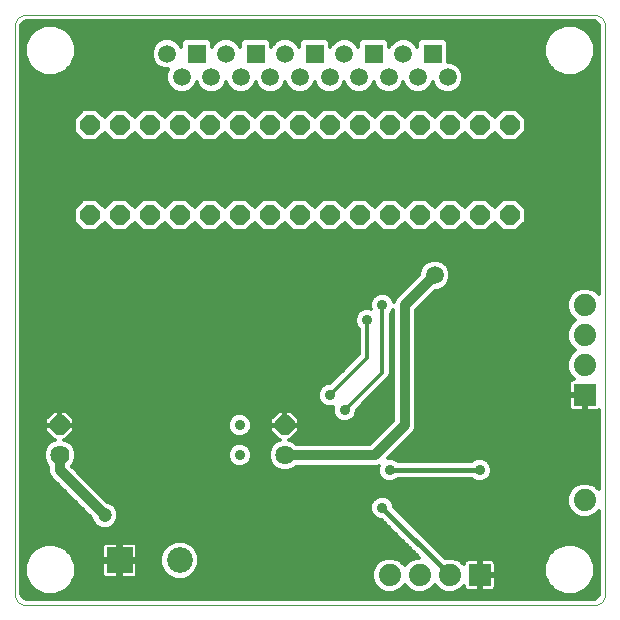
<source format=gbl>
G75*
G70*
%OFA0B0*%
%FSLAX24Y24*%
%IPPOS*%
%LPD*%
%AMOC8*
5,1,8,0,0,1.08239X$1,22.5*
%
%ADD10C,0.0000*%
%ADD11R,0.0740X0.0740*%
%ADD12C,0.0740*%
%ADD13R,0.0860X0.0860*%
%ADD14C,0.0860*%
%ADD15OC8,0.0640*%
%ADD16C,0.0640*%
%ADD17C,0.0596*%
%ADD18R,0.0596X0.0596*%
%ADD19C,0.0120*%
%ADD20C,0.0356*%
%ADD21C,0.0591*%
%ADD22C,0.0472*%
%ADD23C,0.0320*%
%ADD24C,0.0160*%
D10*
X000160Y000554D02*
X000160Y019451D01*
X000162Y019490D01*
X000168Y019528D01*
X000177Y019565D01*
X000190Y019602D01*
X000207Y019637D01*
X000226Y019670D01*
X000249Y019701D01*
X000275Y019730D01*
X000304Y019756D01*
X000335Y019779D01*
X000368Y019798D01*
X000403Y019815D01*
X000440Y019828D01*
X000477Y019837D01*
X000515Y019843D01*
X000554Y019845D01*
X019451Y019845D01*
X019490Y019843D01*
X019528Y019837D01*
X019565Y019828D01*
X019602Y019815D01*
X019637Y019798D01*
X019670Y019779D01*
X019701Y019756D01*
X019730Y019730D01*
X019756Y019701D01*
X019779Y019670D01*
X019798Y019637D01*
X019815Y019602D01*
X019828Y019565D01*
X019837Y019528D01*
X019843Y019490D01*
X019845Y019451D01*
X019845Y000554D01*
X019843Y000515D01*
X019837Y000477D01*
X019828Y000440D01*
X019815Y000403D01*
X019798Y000368D01*
X019779Y000335D01*
X019756Y000304D01*
X019730Y000275D01*
X019701Y000249D01*
X019670Y000226D01*
X019637Y000207D01*
X019602Y000190D01*
X019565Y000177D01*
X019528Y000168D01*
X019490Y000162D01*
X019451Y000160D01*
X000554Y000160D01*
X000515Y000162D01*
X000477Y000168D01*
X000440Y000177D01*
X000403Y000190D01*
X000368Y000207D01*
X000335Y000226D01*
X000304Y000249D01*
X000275Y000275D01*
X000249Y000304D01*
X000226Y000335D01*
X000207Y000368D01*
X000190Y000403D01*
X000177Y000440D01*
X000168Y000477D01*
X000162Y000515D01*
X000160Y000554D01*
D11*
X015660Y001160D03*
X019160Y007160D03*
D12*
X019160Y008160D03*
X019160Y009160D03*
X019160Y010160D03*
X019160Y003660D03*
X014660Y001160D03*
X013660Y001160D03*
X012660Y001160D03*
D13*
X003660Y001660D03*
D14*
X005660Y001660D03*
D15*
X009160Y006160D03*
X008660Y013160D03*
X007660Y013160D03*
X006660Y013160D03*
X005660Y013160D03*
X004660Y013160D03*
X003660Y013160D03*
X002660Y013160D03*
X002660Y016160D03*
X003660Y016160D03*
X004660Y016160D03*
X005660Y016160D03*
X006660Y016160D03*
X007660Y016160D03*
X008660Y016160D03*
X009660Y016160D03*
X010660Y016160D03*
X011660Y016160D03*
X012660Y016160D03*
X013660Y016160D03*
X014660Y016160D03*
X015660Y016160D03*
X016660Y016160D03*
X016660Y013160D03*
X015660Y013160D03*
X014660Y013160D03*
X013660Y013160D03*
X012660Y013160D03*
X011660Y013160D03*
X010660Y013160D03*
X009660Y013160D03*
X001660Y006160D03*
D16*
X001660Y005160D03*
X009160Y005160D03*
D17*
X008684Y017754D03*
X009176Y018541D03*
X009668Y017754D03*
X010652Y017754D03*
X011144Y018541D03*
X011636Y017754D03*
X012621Y017754D03*
X013113Y018541D03*
X013605Y017754D03*
X014589Y017754D03*
X007699Y017754D03*
X007207Y018541D03*
X006715Y017754D03*
X005731Y017754D03*
X005239Y018541D03*
D18*
X006223Y018541D03*
X008191Y018541D03*
X010160Y018541D03*
X012129Y018541D03*
X014097Y018541D03*
D19*
X013579Y018768D02*
X013552Y018835D01*
X013406Y018980D01*
X013216Y019059D01*
X013010Y019059D01*
X012819Y018980D01*
X012674Y018835D01*
X012646Y018768D01*
X012646Y018930D01*
X012517Y019059D01*
X011740Y019059D01*
X011611Y018930D01*
X011611Y018768D01*
X011583Y018835D01*
X011438Y018980D01*
X011247Y019059D01*
X011041Y019059D01*
X010851Y018980D01*
X010705Y018835D01*
X010678Y018768D01*
X010678Y018930D01*
X010549Y019059D01*
X009771Y019059D01*
X009642Y018930D01*
X009642Y018768D01*
X009615Y018835D01*
X009469Y018980D01*
X009279Y019059D01*
X009073Y019059D01*
X008882Y018980D01*
X008737Y018835D01*
X008709Y018768D01*
X008709Y018930D01*
X008580Y019059D01*
X007803Y019059D01*
X007674Y018930D01*
X007674Y018768D01*
X007646Y018835D01*
X007501Y018980D01*
X007310Y019059D01*
X007104Y019059D01*
X006914Y018980D01*
X006768Y018835D01*
X006741Y018768D01*
X006741Y018930D01*
X006612Y019059D01*
X005834Y019059D01*
X005705Y018930D01*
X005705Y018768D01*
X005678Y018835D01*
X005532Y018980D01*
X005342Y019059D01*
X005136Y019059D01*
X004945Y018980D01*
X004800Y018835D01*
X004721Y018644D01*
X004721Y018438D01*
X004800Y018248D01*
X004945Y018103D01*
X005136Y018024D01*
X005282Y018024D01*
X005213Y017857D01*
X005213Y017651D01*
X005292Y017461D01*
X000380Y017461D01*
X000380Y017343D02*
X005410Y017343D01*
X005438Y017315D02*
X005292Y017461D01*
X005243Y017580D02*
X000380Y017580D01*
X000380Y017698D02*
X005213Y017698D01*
X005213Y017817D02*
X001516Y017817D01*
X001510Y017814D02*
X001823Y017943D01*
X002062Y018182D01*
X002191Y018495D01*
X002191Y018833D01*
X002062Y019145D01*
X001823Y019384D01*
X001510Y019514D01*
X001172Y019514D01*
X000860Y019384D01*
X000621Y019145D01*
X000491Y018833D01*
X000491Y018495D01*
X000621Y018182D01*
X000860Y017943D01*
X001172Y017814D01*
X001510Y017814D01*
X001166Y017817D02*
X000380Y017817D01*
X000380Y017935D02*
X000880Y017935D01*
X000750Y018054D02*
X000380Y018054D01*
X000380Y018172D02*
X000631Y018172D01*
X000576Y018291D02*
X000380Y018291D01*
X000380Y018409D02*
X000527Y018409D01*
X000491Y018528D02*
X000380Y018528D01*
X000380Y018646D02*
X000491Y018646D01*
X000491Y018765D02*
X000380Y018765D01*
X000380Y018883D02*
X000512Y018883D01*
X000561Y019002D02*
X000380Y019002D01*
X000380Y019120D02*
X000610Y019120D01*
X000714Y019239D02*
X000380Y019239D01*
X000380Y019357D02*
X000832Y019357D01*
X001080Y019476D02*
X000382Y019476D01*
X000383Y019485D02*
X000409Y019548D01*
X000457Y019596D01*
X000520Y019622D01*
X000554Y019625D01*
X019451Y019625D01*
X019485Y019622D01*
X019548Y019596D01*
X019596Y019548D01*
X019622Y019485D01*
X019625Y019451D01*
X019625Y010529D01*
X019494Y010660D01*
X019277Y010750D01*
X019043Y010750D01*
X018826Y010660D01*
X018660Y010494D01*
X018570Y010277D01*
X018570Y010043D01*
X018660Y009826D01*
X018826Y009660D01*
X018660Y009494D01*
X018570Y009277D01*
X018570Y009043D01*
X018660Y008826D01*
X018826Y008660D01*
X018660Y008494D01*
X018570Y008277D01*
X018570Y008043D01*
X018660Y007826D01*
X018796Y007690D01*
X018769Y007690D01*
X018728Y007679D01*
X018692Y007658D01*
X018662Y007628D01*
X018641Y007592D01*
X018630Y007551D01*
X018630Y007200D01*
X019120Y007200D01*
X019120Y007120D01*
X018630Y007120D01*
X018630Y006769D01*
X018641Y006728D01*
X018662Y006692D01*
X018692Y006662D01*
X018728Y006641D01*
X018769Y006630D01*
X019120Y006630D01*
X019120Y007120D01*
X019200Y007120D01*
X019200Y006630D01*
X019551Y006630D01*
X019592Y006641D01*
X019625Y006660D01*
X019625Y004029D01*
X019494Y004160D01*
X019277Y004250D01*
X019043Y004250D01*
X018826Y004160D01*
X018660Y003994D01*
X018570Y003777D01*
X018570Y003543D01*
X018660Y003326D01*
X018826Y003160D01*
X019043Y003070D01*
X019277Y003070D01*
X019494Y003160D01*
X019625Y003291D01*
X019625Y000554D01*
X019622Y000520D01*
X019596Y000457D01*
X019548Y000409D01*
X019485Y000383D01*
X019451Y000380D01*
X000554Y000380D01*
X000520Y000383D01*
X000457Y000409D01*
X000409Y000457D01*
X000383Y000520D01*
X000380Y000554D01*
X000380Y019451D01*
X000383Y019485D01*
X000455Y019594D02*
X019550Y019594D01*
X019623Y019476D02*
X018926Y019476D01*
X018833Y019514D02*
X019145Y019384D01*
X019384Y019145D01*
X019514Y018833D01*
X019514Y018495D01*
X019384Y018182D01*
X019145Y017943D01*
X018833Y017814D01*
X018495Y017814D01*
X018182Y017943D01*
X017943Y018182D01*
X017814Y018495D01*
X017814Y018833D01*
X017943Y019145D01*
X018182Y019384D01*
X018495Y019514D01*
X018833Y019514D01*
X019173Y019357D02*
X019625Y019357D01*
X019625Y019239D02*
X019291Y019239D01*
X019395Y019120D02*
X019625Y019120D01*
X019625Y019002D02*
X019444Y019002D01*
X019493Y018883D02*
X019625Y018883D01*
X019625Y018765D02*
X019514Y018765D01*
X019514Y018646D02*
X019625Y018646D01*
X019625Y018528D02*
X019514Y018528D01*
X019478Y018409D02*
X019625Y018409D01*
X019625Y018291D02*
X019429Y018291D01*
X019374Y018172D02*
X019625Y018172D01*
X019625Y018054D02*
X019256Y018054D01*
X019125Y017935D02*
X019625Y017935D01*
X019625Y017817D02*
X018839Y017817D01*
X018489Y017817D02*
X015107Y017817D01*
X015107Y017857D02*
X015028Y018047D01*
X014882Y018193D01*
X014692Y018272D01*
X014615Y018272D01*
X014615Y018930D01*
X014486Y019059D01*
X013708Y019059D01*
X013579Y018930D01*
X013579Y018768D01*
X013579Y018883D02*
X013503Y018883D01*
X013355Y019002D02*
X013650Y019002D01*
X012870Y019002D02*
X012575Y019002D01*
X012646Y018883D02*
X012722Y018883D01*
X011682Y019002D02*
X011387Y019002D01*
X011535Y018883D02*
X011611Y018883D01*
X010902Y019002D02*
X010607Y019002D01*
X010678Y018883D02*
X010754Y018883D01*
X009713Y019002D02*
X009418Y019002D01*
X009566Y018883D02*
X009642Y018883D01*
X008933Y019002D02*
X008638Y019002D01*
X008709Y018883D02*
X008785Y018883D01*
X007745Y019002D02*
X007450Y019002D01*
X007598Y018883D02*
X007674Y018883D01*
X006965Y019002D02*
X006670Y019002D01*
X006741Y018883D02*
X006817Y018883D01*
X005776Y019002D02*
X005481Y019002D01*
X005629Y018883D02*
X005705Y018883D01*
X004996Y019002D02*
X002121Y019002D01*
X002072Y019120D02*
X017933Y019120D01*
X017884Y019002D02*
X014544Y019002D01*
X014615Y018883D02*
X017835Y018883D01*
X017814Y018765D02*
X014615Y018765D01*
X014615Y018646D02*
X017814Y018646D01*
X017814Y018528D02*
X014615Y018528D01*
X014615Y018409D02*
X017850Y018409D01*
X017899Y018291D02*
X014615Y018291D01*
X014903Y018172D02*
X017954Y018172D01*
X018072Y018054D02*
X015022Y018054D01*
X015075Y017935D02*
X018203Y017935D01*
X016952Y016632D02*
X019625Y016632D01*
X019625Y016750D02*
X000380Y016750D01*
X000380Y016632D02*
X002368Y016632D01*
X002436Y016700D02*
X002120Y016384D01*
X002120Y015936D01*
X002436Y015620D01*
X002884Y015620D01*
X003160Y015896D01*
X003436Y015620D01*
X003884Y015620D01*
X004160Y015896D01*
X004436Y015620D01*
X004884Y015620D01*
X005160Y015896D01*
X005436Y015620D01*
X005884Y015620D01*
X006160Y015896D01*
X006436Y015620D01*
X006884Y015620D01*
X007160Y015896D01*
X007436Y015620D01*
X007884Y015620D01*
X008160Y015896D01*
X008436Y015620D01*
X008884Y015620D01*
X009160Y015896D01*
X009436Y015620D01*
X009884Y015620D01*
X010160Y015896D01*
X010436Y015620D01*
X010884Y015620D01*
X011160Y015896D01*
X011436Y015620D01*
X011884Y015620D01*
X012160Y015896D01*
X012436Y015620D01*
X012884Y015620D01*
X013160Y015896D01*
X013436Y015620D01*
X013884Y015620D01*
X014160Y015896D01*
X014436Y015620D01*
X014884Y015620D01*
X015160Y015896D01*
X015436Y015620D01*
X015884Y015620D01*
X016160Y015896D01*
X016436Y015620D01*
X016884Y015620D01*
X017200Y015936D01*
X017200Y016384D01*
X016884Y016700D01*
X016436Y016700D01*
X016160Y016424D01*
X015884Y016700D01*
X015436Y016700D01*
X015160Y016424D01*
X014884Y016700D01*
X014436Y016700D01*
X014160Y016424D01*
X013884Y016700D01*
X013436Y016700D01*
X013160Y016424D01*
X012884Y016700D01*
X012436Y016700D01*
X012160Y016424D01*
X011884Y016700D01*
X011436Y016700D01*
X011160Y016424D01*
X010884Y016700D01*
X010436Y016700D01*
X010160Y016424D01*
X009884Y016700D01*
X009436Y016700D01*
X009160Y016424D01*
X008884Y016700D01*
X008436Y016700D01*
X008160Y016424D01*
X007884Y016700D01*
X007436Y016700D01*
X007160Y016424D01*
X006884Y016700D01*
X006436Y016700D01*
X006160Y016424D01*
X005884Y016700D01*
X005436Y016700D01*
X005160Y016424D01*
X004884Y016700D01*
X004436Y016700D01*
X004160Y016424D01*
X003884Y016700D01*
X003436Y016700D01*
X003160Y016424D01*
X002884Y016700D01*
X002436Y016700D01*
X002249Y016513D02*
X000380Y016513D01*
X000380Y016395D02*
X002131Y016395D01*
X002120Y016276D02*
X000380Y016276D01*
X000380Y016158D02*
X002120Y016158D01*
X002120Y016039D02*
X000380Y016039D01*
X000380Y015921D02*
X002136Y015921D01*
X002254Y015802D02*
X000380Y015802D01*
X000380Y015684D02*
X002373Y015684D01*
X002947Y015684D02*
X003373Y015684D01*
X003254Y015802D02*
X003066Y015802D01*
X003071Y016513D02*
X003249Y016513D01*
X003368Y016632D02*
X002952Y016632D01*
X003952Y016632D02*
X004368Y016632D01*
X004249Y016513D02*
X004071Y016513D01*
X004066Y015802D02*
X004254Y015802D01*
X004373Y015684D02*
X003947Y015684D01*
X004947Y015684D02*
X005373Y015684D01*
X005254Y015802D02*
X005066Y015802D01*
X005071Y016513D02*
X005249Y016513D01*
X005368Y016632D02*
X004952Y016632D01*
X005438Y017315D02*
X005628Y017236D01*
X005834Y017236D01*
X006024Y017315D01*
X006170Y017461D01*
X006276Y017461D01*
X006422Y017315D01*
X006612Y017236D01*
X006818Y017236D01*
X007008Y017315D01*
X007154Y017461D01*
X007260Y017461D01*
X007406Y017315D01*
X007596Y017236D01*
X007802Y017236D01*
X007993Y017315D01*
X008138Y017461D01*
X008191Y017589D01*
X008245Y017461D01*
X008390Y017315D01*
X008581Y017236D01*
X008787Y017236D01*
X008977Y017315D01*
X009123Y017461D01*
X009229Y017461D01*
X009375Y017315D01*
X009565Y017236D01*
X009771Y017236D01*
X009961Y017315D01*
X010107Y017461D01*
X010213Y017461D01*
X010359Y017315D01*
X010549Y017236D01*
X010755Y017236D01*
X010945Y017315D01*
X011091Y017461D01*
X011197Y017461D01*
X011343Y017315D01*
X011533Y017236D01*
X011739Y017236D01*
X011930Y017315D01*
X012075Y017461D01*
X012129Y017589D01*
X012182Y017461D01*
X012327Y017315D01*
X012518Y017236D01*
X012724Y017236D01*
X012914Y017315D01*
X013060Y017461D01*
X013166Y017461D01*
X013312Y017315D01*
X013502Y017236D01*
X013708Y017236D01*
X013898Y017315D01*
X014044Y017461D01*
X014150Y017461D01*
X014296Y017315D01*
X014486Y017236D01*
X014692Y017236D01*
X014882Y017315D01*
X015028Y017461D01*
X019625Y017461D01*
X019625Y017343D02*
X014910Y017343D01*
X015028Y017461D02*
X015107Y017651D01*
X015107Y017857D01*
X015107Y017698D02*
X019625Y017698D01*
X019625Y017580D02*
X015077Y017580D01*
X014268Y017343D02*
X013926Y017343D01*
X014044Y017461D02*
X014097Y017589D01*
X014150Y017461D01*
X014101Y017580D02*
X014093Y017580D01*
X013284Y017343D02*
X012941Y017343D01*
X013060Y017461D02*
X013113Y017589D01*
X013166Y017461D01*
X013117Y017580D02*
X013109Y017580D01*
X012300Y017343D02*
X011957Y017343D01*
X012075Y017461D02*
X012182Y017461D01*
X012132Y017580D02*
X012125Y017580D01*
X011316Y017343D02*
X010973Y017343D01*
X011091Y017461D02*
X011144Y017589D01*
X011197Y017461D01*
X011148Y017580D02*
X011140Y017580D01*
X010331Y017343D02*
X009989Y017343D01*
X010107Y017461D02*
X010160Y017589D01*
X010213Y017461D01*
X010164Y017580D02*
X010156Y017580D01*
X009347Y017343D02*
X009004Y017343D01*
X009123Y017461D02*
X009176Y017589D01*
X009229Y017461D01*
X009180Y017580D02*
X009172Y017580D01*
X008363Y017343D02*
X008020Y017343D01*
X008138Y017461D02*
X008245Y017461D01*
X008195Y017580D02*
X008188Y017580D01*
X007379Y017343D02*
X007036Y017343D01*
X007154Y017461D02*
X007207Y017589D01*
X007260Y017461D01*
X007211Y017580D02*
X007203Y017580D01*
X006394Y017343D02*
X006052Y017343D01*
X006170Y017461D02*
X006223Y017589D01*
X006276Y017461D01*
X006227Y017580D02*
X006219Y017580D01*
X006368Y016632D02*
X005952Y016632D01*
X006071Y016513D02*
X006249Y016513D01*
X006254Y015802D02*
X006066Y015802D01*
X005947Y015684D02*
X006373Y015684D01*
X006947Y015684D02*
X007373Y015684D01*
X007254Y015802D02*
X007066Y015802D01*
X007071Y016513D02*
X007249Y016513D01*
X007368Y016632D02*
X006952Y016632D01*
X007952Y016632D02*
X008368Y016632D01*
X008249Y016513D02*
X008071Y016513D01*
X008066Y015802D02*
X008254Y015802D01*
X008373Y015684D02*
X007947Y015684D01*
X008947Y015684D02*
X009373Y015684D01*
X009254Y015802D02*
X009066Y015802D01*
X009071Y016513D02*
X009249Y016513D01*
X009368Y016632D02*
X008952Y016632D01*
X009952Y016632D02*
X010368Y016632D01*
X010249Y016513D02*
X010071Y016513D01*
X010066Y015802D02*
X010254Y015802D01*
X010373Y015684D02*
X009947Y015684D01*
X010947Y015684D02*
X011373Y015684D01*
X011254Y015802D02*
X011066Y015802D01*
X011071Y016513D02*
X011249Y016513D01*
X011368Y016632D02*
X010952Y016632D01*
X011952Y016632D02*
X012368Y016632D01*
X012249Y016513D02*
X012071Y016513D01*
X012066Y015802D02*
X012254Y015802D01*
X012373Y015684D02*
X011947Y015684D01*
X012947Y015684D02*
X013373Y015684D01*
X013254Y015802D02*
X013066Y015802D01*
X013071Y016513D02*
X013249Y016513D01*
X013368Y016632D02*
X012952Y016632D01*
X013952Y016632D02*
X014368Y016632D01*
X014249Y016513D02*
X014071Y016513D01*
X014066Y015802D02*
X014254Y015802D01*
X014373Y015684D02*
X013947Y015684D01*
X014947Y015684D02*
X015373Y015684D01*
X015254Y015802D02*
X015066Y015802D01*
X015071Y016513D02*
X015249Y016513D01*
X015368Y016632D02*
X014952Y016632D01*
X015952Y016632D02*
X016368Y016632D01*
X016249Y016513D02*
X016071Y016513D01*
X016066Y015802D02*
X016254Y015802D01*
X016373Y015684D02*
X015947Y015684D01*
X016947Y015684D02*
X019625Y015684D01*
X019625Y015802D02*
X017066Y015802D01*
X017184Y015921D02*
X019625Y015921D01*
X019625Y016039D02*
X017200Y016039D01*
X017200Y016158D02*
X019625Y016158D01*
X019625Y016276D02*
X017200Y016276D01*
X017189Y016395D02*
X019625Y016395D01*
X019625Y016513D02*
X017071Y016513D01*
X019625Y016869D02*
X000380Y016869D01*
X000380Y016987D02*
X019625Y016987D01*
X019625Y017106D02*
X000380Y017106D01*
X000380Y017224D02*
X019625Y017224D01*
X019625Y015565D02*
X000380Y015565D01*
X000380Y015447D02*
X019625Y015447D01*
X019625Y015328D02*
X000380Y015328D01*
X000380Y015210D02*
X019625Y015210D01*
X019625Y015091D02*
X000380Y015091D01*
X000380Y014973D02*
X019625Y014973D01*
X019625Y014854D02*
X000380Y014854D01*
X000380Y014736D02*
X019625Y014736D01*
X019625Y014617D02*
X000380Y014617D01*
X000380Y014499D02*
X019625Y014499D01*
X019625Y014380D02*
X000380Y014380D01*
X000380Y014262D02*
X019625Y014262D01*
X019625Y014143D02*
X000380Y014143D01*
X000380Y014025D02*
X019625Y014025D01*
X019625Y013906D02*
X000380Y013906D01*
X000380Y013788D02*
X019625Y013788D01*
X019625Y013669D02*
X016915Y013669D01*
X016884Y013700D02*
X016436Y013700D01*
X016160Y013424D01*
X015884Y013700D01*
X015436Y013700D01*
X015160Y013424D01*
X014884Y013700D01*
X014436Y013700D01*
X014160Y013424D01*
X013884Y013700D01*
X013436Y013700D01*
X013160Y013424D01*
X012884Y013700D01*
X012436Y013700D01*
X012160Y013424D01*
X011884Y013700D01*
X011436Y013700D01*
X011160Y013424D01*
X010884Y013700D01*
X010436Y013700D01*
X010160Y013424D01*
X009884Y013700D01*
X009436Y013700D01*
X009160Y013424D01*
X008884Y013700D01*
X008436Y013700D01*
X008160Y013424D01*
X007884Y013700D01*
X007436Y013700D01*
X007160Y013424D01*
X006884Y013700D01*
X006436Y013700D01*
X006160Y013424D01*
X005884Y013700D01*
X005436Y013700D01*
X005160Y013424D01*
X004884Y013700D01*
X004436Y013700D01*
X004160Y013424D01*
X003884Y013700D01*
X003436Y013700D01*
X003160Y013424D01*
X002884Y013700D01*
X002436Y013700D01*
X002120Y013384D01*
X002120Y012936D01*
X002436Y012620D01*
X002884Y012620D01*
X003160Y012896D01*
X003436Y012620D01*
X003884Y012620D01*
X004160Y012896D01*
X004436Y012620D01*
X004884Y012620D01*
X005160Y012896D01*
X005436Y012620D01*
X005884Y012620D01*
X006160Y012896D01*
X006436Y012620D01*
X006884Y012620D01*
X007160Y012896D01*
X007436Y012620D01*
X007884Y012620D01*
X008160Y012896D01*
X008436Y012620D01*
X008884Y012620D01*
X009160Y012896D01*
X009436Y012620D01*
X009884Y012620D01*
X010160Y012896D01*
X010436Y012620D01*
X010884Y012620D01*
X011160Y012896D01*
X011436Y012620D01*
X011884Y012620D01*
X012160Y012896D01*
X012436Y012620D01*
X012884Y012620D01*
X013160Y012896D01*
X013436Y012620D01*
X013884Y012620D01*
X014160Y012896D01*
X014436Y012620D01*
X014884Y012620D01*
X015160Y012896D01*
X015436Y012620D01*
X015884Y012620D01*
X016160Y012896D01*
X016436Y012620D01*
X016884Y012620D01*
X017200Y012936D01*
X017200Y013384D01*
X016884Y013700D01*
X017033Y013551D02*
X019625Y013551D01*
X019625Y013432D02*
X017152Y013432D01*
X017200Y013314D02*
X019625Y013314D01*
X019625Y013195D02*
X017200Y013195D01*
X017200Y013077D02*
X019625Y013077D01*
X019625Y012958D02*
X017200Y012958D01*
X017103Y012840D02*
X019625Y012840D01*
X019625Y012721D02*
X016985Y012721D01*
X016335Y012721D02*
X015985Y012721D01*
X016103Y012840D02*
X016217Y012840D01*
X016168Y013432D02*
X016152Y013432D01*
X016033Y013551D02*
X016287Y013551D01*
X016405Y013669D02*
X015915Y013669D01*
X015405Y013669D02*
X014915Y013669D01*
X015033Y013551D02*
X015287Y013551D01*
X015168Y013432D02*
X015152Y013432D01*
X015103Y012840D02*
X015217Y012840D01*
X015335Y012721D02*
X014985Y012721D01*
X014335Y012721D02*
X013985Y012721D01*
X014103Y012840D02*
X014217Y012840D01*
X014168Y013432D02*
X014152Y013432D01*
X014033Y013551D02*
X014287Y013551D01*
X014405Y013669D02*
X013915Y013669D01*
X013405Y013669D02*
X012915Y013669D01*
X013033Y013551D02*
X013287Y013551D01*
X013168Y013432D02*
X013152Y013432D01*
X013103Y012840D02*
X013217Y012840D01*
X013335Y012721D02*
X012985Y012721D01*
X012335Y012721D02*
X011985Y012721D01*
X012103Y012840D02*
X012217Y012840D01*
X012168Y013432D02*
X012152Y013432D01*
X012033Y013551D02*
X012287Y013551D01*
X012405Y013669D02*
X011915Y013669D01*
X011405Y013669D02*
X010915Y013669D01*
X011033Y013551D02*
X011287Y013551D01*
X011168Y013432D02*
X011152Y013432D01*
X011103Y012840D02*
X011217Y012840D01*
X011335Y012721D02*
X010985Y012721D01*
X010335Y012721D02*
X009985Y012721D01*
X010103Y012840D02*
X010217Y012840D01*
X010168Y013432D02*
X010152Y013432D01*
X010033Y013551D02*
X010287Y013551D01*
X010405Y013669D02*
X009915Y013669D01*
X009405Y013669D02*
X008915Y013669D01*
X009033Y013551D02*
X009287Y013551D01*
X009168Y013432D02*
X009152Y013432D01*
X009103Y012840D02*
X009217Y012840D01*
X009335Y012721D02*
X008985Y012721D01*
X008335Y012721D02*
X007985Y012721D01*
X008103Y012840D02*
X008217Y012840D01*
X008168Y013432D02*
X008152Y013432D01*
X008033Y013551D02*
X008287Y013551D01*
X008405Y013669D02*
X007915Y013669D01*
X007405Y013669D02*
X006915Y013669D01*
X007033Y013551D02*
X007287Y013551D01*
X007168Y013432D02*
X007152Y013432D01*
X007103Y012840D02*
X007217Y012840D01*
X007335Y012721D02*
X006985Y012721D01*
X006335Y012721D02*
X005985Y012721D01*
X006103Y012840D02*
X006217Y012840D01*
X006168Y013432D02*
X006152Y013432D01*
X006033Y013551D02*
X006287Y013551D01*
X006405Y013669D02*
X005915Y013669D01*
X005405Y013669D02*
X004915Y013669D01*
X005033Y013551D02*
X005287Y013551D01*
X005168Y013432D02*
X005152Y013432D01*
X005103Y012840D02*
X005217Y012840D01*
X005335Y012721D02*
X004985Y012721D01*
X004335Y012721D02*
X003985Y012721D01*
X004103Y012840D02*
X004217Y012840D01*
X004168Y013432D02*
X004152Y013432D01*
X004033Y013551D02*
X004287Y013551D01*
X004405Y013669D02*
X003915Y013669D01*
X003405Y013669D02*
X002915Y013669D01*
X003033Y013551D02*
X003287Y013551D01*
X003168Y013432D02*
X003152Y013432D01*
X003103Y012840D02*
X003217Y012840D01*
X003335Y012721D02*
X002985Y012721D01*
X002335Y012721D02*
X000380Y012721D01*
X000380Y012603D02*
X019625Y012603D01*
X019625Y012484D02*
X000380Y012484D01*
X000380Y012366D02*
X019625Y012366D01*
X019625Y012247D02*
X000380Y012247D01*
X000380Y012129D02*
X019625Y012129D01*
X019625Y012010D02*
X000380Y012010D01*
X000380Y011892D02*
X019625Y011892D01*
X019625Y011773D02*
X000380Y011773D01*
X000380Y011655D02*
X014007Y011655D01*
X014058Y011675D02*
X013868Y011597D01*
X013723Y011452D01*
X013645Y011262D01*
X013645Y011182D01*
X012945Y010482D01*
X012838Y010375D01*
X012795Y010271D01*
X012748Y010386D01*
X012636Y010498D01*
X012489Y010558D01*
X012331Y010558D01*
X012184Y010498D01*
X012072Y010386D01*
X012012Y010239D01*
X012012Y010081D01*
X012028Y010042D01*
X011989Y010058D01*
X011831Y010058D01*
X011684Y009998D01*
X011572Y009886D01*
X011512Y009739D01*
X011512Y009581D01*
X011572Y009434D01*
X011630Y009377D01*
X011630Y008526D01*
X010662Y007558D01*
X010581Y007558D01*
X010434Y007498D01*
X010322Y007386D01*
X010262Y007239D01*
X010262Y007081D01*
X010322Y006934D01*
X010434Y006822D01*
X010581Y006762D01*
X010739Y006762D01*
X010778Y006778D01*
X010762Y006739D01*
X010762Y006581D01*
X010822Y006434D01*
X010934Y006322D01*
X011081Y006262D01*
X011239Y006262D01*
X011386Y006322D01*
X011498Y006434D01*
X011558Y006581D01*
X011558Y006662D01*
X012647Y007751D01*
X012690Y007854D01*
X012690Y009877D01*
X012748Y009934D01*
X012780Y010013D01*
X012780Y006317D01*
X012003Y005540D01*
X009544Y005540D01*
X009466Y005618D01*
X009316Y005680D01*
X009359Y005680D01*
X009640Y005961D01*
X009640Y006140D01*
X009180Y006140D01*
X009180Y006180D01*
X009140Y006180D01*
X009140Y006640D01*
X008961Y006640D01*
X008680Y006359D01*
X008680Y006180D01*
X009140Y006180D01*
X009140Y006140D01*
X008680Y006140D01*
X008680Y005961D01*
X008961Y005680D01*
X009004Y005680D01*
X008854Y005618D01*
X008702Y005466D01*
X008620Y005267D01*
X008620Y005053D01*
X008702Y004854D01*
X008854Y004702D01*
X009053Y004620D01*
X009267Y004620D01*
X009466Y004702D01*
X009544Y004780D01*
X012236Y004780D01*
X012288Y004802D01*
X012262Y004739D01*
X012262Y004581D01*
X012322Y004434D01*
X012434Y004322D01*
X012581Y004262D01*
X012739Y004262D01*
X012886Y004322D01*
X012923Y004360D01*
X015397Y004360D01*
X015434Y004322D01*
X015581Y004262D01*
X015739Y004262D01*
X015886Y004322D01*
X015998Y004434D01*
X016058Y004581D01*
X016058Y004739D01*
X015998Y004886D01*
X015886Y004998D01*
X015739Y005058D01*
X015581Y005058D01*
X015434Y004998D01*
X015397Y004960D01*
X012923Y004960D01*
X012886Y004998D01*
X012739Y005058D01*
X012596Y005058D01*
X013482Y005945D01*
X013540Y006084D01*
X013540Y010003D01*
X014182Y010645D01*
X014262Y010645D01*
X014452Y010723D01*
X014597Y010868D01*
X014675Y011058D01*
X014675Y011262D01*
X014597Y011452D01*
X014452Y011597D01*
X014262Y011675D01*
X014058Y011675D01*
X014313Y011655D02*
X019625Y011655D01*
X019625Y011536D02*
X014513Y011536D01*
X014611Y011418D02*
X019625Y011418D01*
X019625Y011299D02*
X014660Y011299D01*
X014675Y011181D02*
X019625Y011181D01*
X019625Y011062D02*
X014675Y011062D01*
X014628Y010944D02*
X019625Y010944D01*
X019625Y010825D02*
X014554Y010825D01*
X014412Y010707D02*
X018938Y010707D01*
X018754Y010588D02*
X014125Y010588D01*
X014007Y010470D02*
X018650Y010470D01*
X018601Y010351D02*
X013888Y010351D01*
X013770Y010233D02*
X018570Y010233D01*
X018570Y010114D02*
X013651Y010114D01*
X013540Y009996D02*
X018590Y009996D01*
X018639Y009877D02*
X013540Y009877D01*
X013540Y009759D02*
X018727Y009759D01*
X018806Y009640D02*
X013540Y009640D01*
X013540Y009522D02*
X018687Y009522D01*
X018622Y009403D02*
X013540Y009403D01*
X013540Y009285D02*
X018573Y009285D01*
X018570Y009166D02*
X013540Y009166D01*
X013540Y009048D02*
X018570Y009048D01*
X018617Y008929D02*
X013540Y008929D01*
X013540Y008811D02*
X018675Y008811D01*
X018794Y008692D02*
X013540Y008692D01*
X013540Y008574D02*
X018739Y008574D01*
X018644Y008455D02*
X013540Y008455D01*
X013540Y008337D02*
X018595Y008337D01*
X018570Y008218D02*
X013540Y008218D01*
X013540Y008100D02*
X018570Y008100D01*
X018596Y007981D02*
X013540Y007981D01*
X013540Y007863D02*
X018645Y007863D01*
X018742Y007744D02*
X013540Y007744D01*
X013540Y007626D02*
X018660Y007626D01*
X018630Y007507D02*
X013540Y007507D01*
X013540Y007389D02*
X018630Y007389D01*
X018630Y007270D02*
X013540Y007270D01*
X013540Y007152D02*
X019120Y007152D01*
X019120Y007033D02*
X019200Y007033D01*
X019200Y006915D02*
X019120Y006915D01*
X019120Y006796D02*
X019200Y006796D01*
X019200Y006678D02*
X019120Y006678D01*
X018676Y006678D02*
X013540Y006678D01*
X013540Y006796D02*
X018630Y006796D01*
X018630Y006915D02*
X013540Y006915D01*
X013540Y007033D02*
X018630Y007033D01*
X019625Y006559D02*
X013540Y006559D01*
X013540Y006441D02*
X019625Y006441D01*
X019625Y006322D02*
X013540Y006322D01*
X013540Y006204D02*
X019625Y006204D01*
X019625Y006085D02*
X013540Y006085D01*
X013491Y005967D02*
X019625Y005967D01*
X019625Y005848D02*
X013385Y005848D01*
X013267Y005730D02*
X019625Y005730D01*
X019625Y005611D02*
X013148Y005611D01*
X013030Y005493D02*
X019625Y005493D01*
X019625Y005374D02*
X012911Y005374D01*
X012793Y005256D02*
X019625Y005256D01*
X019625Y005137D02*
X012674Y005137D01*
X012835Y005019D02*
X015485Y005019D01*
X015835Y005019D02*
X019625Y005019D01*
X019625Y004900D02*
X015983Y004900D01*
X016041Y004782D02*
X019625Y004782D01*
X019625Y004663D02*
X016058Y004663D01*
X016043Y004545D02*
X019625Y004545D01*
X019625Y004426D02*
X015989Y004426D01*
X015849Y004308D02*
X019625Y004308D01*
X019625Y004189D02*
X019425Y004189D01*
X019584Y004071D02*
X019625Y004071D01*
X018895Y004189D02*
X002668Y004189D01*
X002550Y004308D02*
X012471Y004308D01*
X012331Y004426D02*
X002431Y004426D01*
X002313Y004545D02*
X012277Y004545D01*
X012262Y004663D02*
X009371Y004663D01*
X008949Y004663D02*
X002194Y004663D01*
X002076Y004782D02*
X007533Y004782D01*
X007581Y004762D02*
X007739Y004762D01*
X007886Y004822D01*
X007998Y004934D01*
X008058Y005081D01*
X008058Y005239D01*
X007998Y005386D01*
X007886Y005498D01*
X007739Y005558D01*
X007581Y005558D01*
X007434Y005498D01*
X007322Y005386D01*
X007262Y005239D01*
X007262Y005081D01*
X007322Y004934D01*
X007434Y004822D01*
X007581Y004762D01*
X007787Y004782D02*
X008775Y004782D01*
X008683Y004900D02*
X007963Y004900D01*
X008032Y005019D02*
X008634Y005019D01*
X008620Y005137D02*
X008058Y005137D01*
X008051Y005256D02*
X008620Y005256D01*
X008664Y005374D02*
X008002Y005374D01*
X007890Y005493D02*
X008729Y005493D01*
X008847Y005611D02*
X001973Y005611D01*
X001966Y005618D02*
X001816Y005680D01*
X001859Y005680D01*
X002140Y005961D01*
X002140Y006140D01*
X001680Y006140D01*
X001680Y006180D01*
X001640Y006180D01*
X001640Y006640D01*
X001461Y006640D01*
X001180Y006359D01*
X001180Y006180D01*
X001640Y006180D01*
X001640Y006140D01*
X001180Y006140D01*
X001180Y005961D01*
X001461Y005680D01*
X001504Y005680D01*
X001354Y005618D01*
X001202Y005466D01*
X001120Y005267D01*
X001120Y005053D01*
X001202Y004854D01*
X001280Y004776D01*
X001280Y004584D01*
X001338Y004445D01*
X001445Y004338D01*
X002704Y003079D01*
X002704Y003069D01*
X002773Y002902D01*
X002902Y002773D01*
X003069Y002704D01*
X003251Y002704D01*
X003418Y002773D01*
X003547Y002902D01*
X003616Y003069D01*
X003616Y003251D01*
X003547Y003418D01*
X003418Y003547D01*
X003251Y003616D01*
X003241Y003616D01*
X002061Y004797D01*
X002118Y004854D01*
X002200Y005053D01*
X002200Y005267D01*
X002118Y005466D01*
X001966Y005618D01*
X001908Y005730D02*
X008912Y005730D01*
X008793Y005848D02*
X007911Y005848D01*
X007886Y005822D02*
X007998Y005934D01*
X008058Y006081D01*
X008058Y006239D01*
X007998Y006386D01*
X007886Y006498D01*
X007739Y006558D01*
X007581Y006558D01*
X007434Y006498D01*
X007322Y006386D01*
X007262Y006239D01*
X007262Y006081D01*
X007322Y005934D01*
X007434Y005822D01*
X007581Y005762D01*
X007739Y005762D01*
X007886Y005822D01*
X008011Y005967D02*
X008680Y005967D01*
X008680Y006085D02*
X008058Y006085D01*
X008058Y006204D02*
X008680Y006204D01*
X008680Y006322D02*
X008024Y006322D01*
X007942Y006441D02*
X008762Y006441D01*
X008880Y006559D02*
X001940Y006559D01*
X001859Y006640D02*
X001680Y006640D01*
X001680Y006180D01*
X002140Y006180D01*
X002140Y006359D01*
X001859Y006640D01*
X001680Y006559D02*
X001640Y006559D01*
X001640Y006441D02*
X001680Y006441D01*
X001680Y006322D02*
X001640Y006322D01*
X001640Y006204D02*
X001680Y006204D01*
X001380Y006559D02*
X000380Y006559D01*
X000380Y006441D02*
X001262Y006441D01*
X001180Y006322D02*
X000380Y006322D01*
X000380Y006204D02*
X001180Y006204D01*
X001180Y006085D02*
X000380Y006085D01*
X000380Y005967D02*
X001180Y005967D01*
X001293Y005848D02*
X000380Y005848D01*
X000380Y005730D02*
X001412Y005730D01*
X001347Y005611D02*
X000380Y005611D01*
X000380Y005493D02*
X001229Y005493D01*
X001164Y005374D02*
X000380Y005374D01*
X000380Y005256D02*
X001120Y005256D01*
X001120Y005137D02*
X000380Y005137D01*
X000380Y005019D02*
X001134Y005019D01*
X001183Y004900D02*
X000380Y004900D01*
X000380Y004782D02*
X001275Y004782D01*
X001280Y004663D02*
X000380Y004663D01*
X000380Y004545D02*
X001297Y004545D01*
X001357Y004426D02*
X000380Y004426D01*
X000380Y004308D02*
X001475Y004308D01*
X001594Y004189D02*
X000380Y004189D01*
X000380Y004071D02*
X001712Y004071D01*
X001831Y003952D02*
X000380Y003952D01*
X000380Y003834D02*
X001949Y003834D01*
X002068Y003715D02*
X000380Y003715D01*
X000380Y003597D02*
X002186Y003597D01*
X002305Y003478D02*
X000380Y003478D01*
X000380Y003360D02*
X002423Y003360D01*
X002542Y003241D02*
X000380Y003241D01*
X000380Y003123D02*
X002660Y003123D01*
X002731Y003004D02*
X000380Y003004D01*
X000380Y002886D02*
X002789Y002886D01*
X002917Y002767D02*
X000380Y002767D01*
X000380Y002649D02*
X012747Y002649D01*
X012629Y002767D02*
X003403Y002767D01*
X003531Y002886D02*
X012510Y002886D01*
X012392Y003004D02*
X003589Y003004D01*
X003616Y003123D02*
X012134Y003123D01*
X012184Y003072D02*
X012072Y003184D01*
X012012Y003331D01*
X012012Y003489D01*
X012072Y003636D01*
X012184Y003748D01*
X012331Y003808D01*
X012489Y003808D01*
X012636Y003748D01*
X012748Y003636D01*
X012808Y003489D01*
X012808Y003436D01*
X014508Y001736D01*
X014543Y001750D01*
X014777Y001750D01*
X014994Y001660D01*
X015130Y001524D01*
X015130Y001551D01*
X015141Y001592D01*
X015162Y001628D01*
X015192Y001658D01*
X015228Y001679D01*
X015269Y001690D01*
X015620Y001690D01*
X015620Y001200D01*
X015700Y001200D01*
X015700Y001690D01*
X016051Y001690D01*
X016092Y001679D01*
X016128Y001658D01*
X016158Y001628D01*
X016179Y001592D01*
X016190Y001551D01*
X016190Y001200D01*
X015700Y001200D01*
X015700Y001120D01*
X016190Y001120D01*
X016190Y000769D01*
X016179Y000728D01*
X016158Y000692D01*
X016128Y000662D01*
X016092Y000641D01*
X016051Y000630D01*
X015700Y000630D01*
X015700Y001120D01*
X015620Y001120D01*
X015620Y000630D01*
X015269Y000630D01*
X015228Y000641D01*
X015192Y000662D01*
X015162Y000692D01*
X015141Y000728D01*
X015130Y000769D01*
X015130Y000796D01*
X014994Y000660D01*
X014777Y000570D01*
X014543Y000570D01*
X014326Y000660D01*
X014160Y000826D01*
X013994Y000660D01*
X013777Y000570D01*
X013543Y000570D01*
X013326Y000660D01*
X013160Y000826D01*
X012994Y000660D01*
X012777Y000570D01*
X012543Y000570D01*
X012326Y000660D01*
X012160Y000826D01*
X012070Y001043D01*
X012070Y001277D01*
X012160Y001494D01*
X012326Y001660D01*
X012543Y001750D01*
X012777Y001750D01*
X012994Y001660D01*
X013160Y001494D01*
X013326Y001660D01*
X013543Y001750D01*
X013646Y001750D01*
X012384Y003012D01*
X012331Y003012D01*
X012184Y003072D01*
X012049Y003241D02*
X003616Y003241D01*
X003571Y003360D02*
X012012Y003360D01*
X012012Y003478D02*
X003487Y003478D01*
X003298Y003597D02*
X012056Y003597D01*
X012152Y003715D02*
X003142Y003715D01*
X003024Y003834D02*
X018593Y003834D01*
X018570Y003715D02*
X012668Y003715D01*
X012764Y003597D02*
X018570Y003597D01*
X018597Y003478D02*
X012808Y003478D01*
X012885Y003360D02*
X018646Y003360D01*
X018745Y003241D02*
X013003Y003241D01*
X013122Y003123D02*
X018916Y003123D01*
X019404Y003123D02*
X019625Y003123D01*
X019625Y003241D02*
X019575Y003241D01*
X019625Y003004D02*
X013240Y003004D01*
X013359Y002886D02*
X019625Y002886D01*
X019625Y002767D02*
X013477Y002767D01*
X013596Y002649D02*
X019625Y002649D01*
X019625Y002530D02*
X013714Y002530D01*
X013833Y002412D02*
X019625Y002412D01*
X019625Y002293D02*
X013951Y002293D01*
X014070Y002175D02*
X018455Y002175D01*
X018495Y002191D02*
X018182Y002062D01*
X017943Y001823D01*
X017814Y001510D01*
X017814Y001172D01*
X017943Y000860D01*
X018182Y000621D01*
X018495Y000491D01*
X018833Y000491D01*
X019145Y000621D01*
X019384Y000860D01*
X019514Y001172D01*
X019514Y001510D01*
X019384Y001823D01*
X019145Y002062D01*
X018833Y002191D01*
X018495Y002191D01*
X018177Y002056D02*
X014188Y002056D01*
X014307Y001938D02*
X018058Y001938D01*
X017942Y001819D02*
X014425Y001819D01*
X014897Y001701D02*
X017893Y001701D01*
X017844Y001582D02*
X016182Y001582D01*
X016190Y001464D02*
X017814Y001464D01*
X017814Y001345D02*
X016190Y001345D01*
X016190Y001227D02*
X017814Y001227D01*
X017841Y001108D02*
X016190Y001108D01*
X016190Y000990D02*
X017890Y000990D01*
X017939Y000871D02*
X016190Y000871D01*
X016186Y000753D02*
X018051Y000753D01*
X018169Y000634D02*
X016066Y000634D01*
X015700Y000634D02*
X015620Y000634D01*
X015620Y000753D02*
X015700Y000753D01*
X015700Y000871D02*
X015620Y000871D01*
X015620Y000990D02*
X015700Y000990D01*
X015700Y001108D02*
X015620Y001108D01*
X015620Y001227D02*
X015700Y001227D01*
X015700Y001345D02*
X015620Y001345D01*
X015620Y001464D02*
X015700Y001464D01*
X015700Y001582D02*
X015620Y001582D01*
X015138Y001582D02*
X015072Y001582D01*
X015087Y000753D02*
X015134Y000753D01*
X015254Y000634D02*
X014932Y000634D01*
X014388Y000634D02*
X013932Y000634D01*
X014087Y000753D02*
X014233Y000753D01*
X013388Y000634D02*
X012932Y000634D01*
X013087Y000753D02*
X013233Y000753D01*
X013248Y001582D02*
X013072Y001582D01*
X012897Y001701D02*
X013423Y001701D01*
X013577Y001819D02*
X006298Y001819D01*
X006310Y001789D02*
X006211Y002028D01*
X006028Y002211D01*
X005789Y002310D01*
X005531Y002310D01*
X005292Y002211D01*
X005109Y002028D01*
X005010Y001789D01*
X005010Y001531D01*
X005109Y001292D01*
X005292Y001109D01*
X005531Y001010D01*
X005789Y001010D01*
X006028Y001109D01*
X006211Y001292D01*
X006310Y001531D01*
X006310Y001789D01*
X006310Y001701D02*
X012423Y001701D01*
X012248Y001582D02*
X006310Y001582D01*
X006282Y001464D02*
X012147Y001464D01*
X012098Y001345D02*
X006233Y001345D01*
X006146Y001227D02*
X012070Y001227D01*
X012070Y001108D02*
X006026Y001108D01*
X005294Y001108D02*
X004194Y001108D01*
X004188Y001102D02*
X004218Y001132D01*
X004239Y001168D01*
X004250Y001209D01*
X004250Y001612D01*
X003708Y001612D01*
X003708Y001708D01*
X003612Y001708D01*
X003612Y002250D01*
X003209Y002250D01*
X003168Y002239D01*
X003132Y002218D01*
X003102Y002188D01*
X003081Y002152D01*
X003070Y002111D01*
X003070Y001708D01*
X003612Y001708D01*
X003612Y001612D01*
X003708Y001612D01*
X003708Y001070D01*
X004111Y001070D01*
X004152Y001081D01*
X004188Y001102D01*
X004250Y001227D02*
X005174Y001227D01*
X005087Y001345D02*
X004250Y001345D01*
X004250Y001464D02*
X005038Y001464D01*
X005010Y001582D02*
X004250Y001582D01*
X004250Y001708D02*
X004250Y002111D01*
X004239Y002152D01*
X004218Y002188D01*
X004188Y002218D01*
X004152Y002239D01*
X004111Y002250D01*
X003708Y002250D01*
X003708Y001708D01*
X004250Y001708D01*
X004250Y001819D02*
X005022Y001819D01*
X005010Y001701D02*
X003708Y001701D01*
X003612Y001701D02*
X002112Y001701D01*
X002063Y001819D02*
X003070Y001819D01*
X003070Y001938D02*
X001947Y001938D01*
X002062Y001823D02*
X001823Y002062D01*
X001510Y002191D01*
X001172Y002191D01*
X000860Y002062D01*
X000621Y001823D01*
X000491Y001510D01*
X000491Y001172D01*
X000621Y000860D01*
X000860Y000621D01*
X001172Y000491D01*
X001510Y000491D01*
X001823Y000621D01*
X002062Y000860D01*
X002191Y001172D01*
X002191Y001510D01*
X002062Y001823D01*
X001828Y002056D02*
X003070Y002056D01*
X003094Y002175D02*
X001550Y002175D01*
X001132Y002175D02*
X000380Y002175D01*
X000380Y002293D02*
X005490Y002293D01*
X005255Y002175D02*
X004226Y002175D01*
X004250Y002056D02*
X005137Y002056D01*
X005071Y001938D02*
X004250Y001938D01*
X003708Y001938D02*
X003612Y001938D01*
X003612Y002056D02*
X003708Y002056D01*
X003708Y002175D02*
X003612Y002175D01*
X003612Y001819D02*
X003708Y001819D01*
X003612Y001612D02*
X003070Y001612D01*
X003070Y001209D01*
X003081Y001168D01*
X003102Y001132D01*
X003132Y001102D01*
X003168Y001081D01*
X003209Y001070D01*
X003612Y001070D01*
X003612Y001612D01*
X003612Y001582D02*
X003708Y001582D01*
X003708Y001464D02*
X003612Y001464D01*
X003612Y001345D02*
X003708Y001345D01*
X003708Y001227D02*
X003612Y001227D01*
X003612Y001108D02*
X003708Y001108D01*
X003126Y001108D02*
X002164Y001108D01*
X002191Y001227D02*
X003070Y001227D01*
X003070Y001345D02*
X002191Y001345D01*
X002191Y001464D02*
X003070Y001464D01*
X003070Y001582D02*
X002161Y001582D01*
X002115Y000990D02*
X012092Y000990D01*
X012141Y000871D02*
X002066Y000871D01*
X001954Y000753D02*
X012233Y000753D01*
X012388Y000634D02*
X001836Y000634D01*
X001569Y000516D02*
X018436Y000516D01*
X018892Y000516D02*
X019620Y000516D01*
X019625Y000634D02*
X019159Y000634D01*
X019277Y000753D02*
X019625Y000753D01*
X019625Y000871D02*
X019389Y000871D01*
X019438Y000990D02*
X019625Y000990D01*
X019625Y001108D02*
X019487Y001108D01*
X019514Y001227D02*
X019625Y001227D01*
X019625Y001345D02*
X019514Y001345D01*
X019514Y001464D02*
X019625Y001464D01*
X019625Y001582D02*
X019484Y001582D01*
X019435Y001701D02*
X019625Y001701D01*
X019625Y001819D02*
X019386Y001819D01*
X019270Y001938D02*
X019625Y001938D01*
X019625Y002056D02*
X019151Y002056D01*
X018873Y002175D02*
X019625Y002175D01*
X019518Y000397D02*
X000487Y000397D01*
X000385Y000516D02*
X001113Y000516D01*
X000846Y000634D02*
X000380Y000634D01*
X000380Y000753D02*
X000728Y000753D01*
X000616Y000871D02*
X000380Y000871D01*
X000380Y000990D02*
X000567Y000990D01*
X000518Y001108D02*
X000380Y001108D01*
X000380Y001227D02*
X000491Y001227D01*
X000491Y001345D02*
X000380Y001345D01*
X000380Y001464D02*
X000491Y001464D01*
X000521Y001582D02*
X000380Y001582D01*
X000380Y001701D02*
X000570Y001701D01*
X000619Y001819D02*
X000380Y001819D01*
X000380Y001938D02*
X000736Y001938D01*
X000854Y002056D02*
X000380Y002056D01*
X000380Y002412D02*
X012984Y002412D01*
X012866Y002530D02*
X000380Y002530D01*
X002787Y004071D02*
X018736Y004071D01*
X018642Y003952D02*
X002905Y003952D01*
X002137Y004900D02*
X007357Y004900D01*
X007288Y005019D02*
X002186Y005019D01*
X002200Y005137D02*
X007262Y005137D01*
X007269Y005256D02*
X002200Y005256D01*
X002156Y005374D02*
X007318Y005374D01*
X007429Y005493D02*
X002091Y005493D01*
X002027Y005848D02*
X007409Y005848D01*
X007309Y005967D02*
X002140Y005967D01*
X002140Y006085D02*
X007262Y006085D01*
X007262Y006204D02*
X002140Y006204D01*
X002140Y006322D02*
X007296Y006322D01*
X007378Y006441D02*
X002058Y006441D01*
X000380Y006678D02*
X010762Y006678D01*
X010771Y006559D02*
X009440Y006559D01*
X009359Y006640D02*
X009180Y006640D01*
X009180Y006180D01*
X009640Y006180D01*
X009640Y006359D01*
X009359Y006640D01*
X009180Y006559D02*
X009140Y006559D01*
X009140Y006441D02*
X009180Y006441D01*
X009180Y006322D02*
X009140Y006322D01*
X009140Y006204D02*
X009180Y006204D01*
X009558Y006441D02*
X010820Y006441D01*
X010936Y006322D02*
X009640Y006322D01*
X009640Y006204D02*
X012666Y006204D01*
X012780Y006322D02*
X011384Y006322D01*
X011500Y006441D02*
X012780Y006441D01*
X012780Y006559D02*
X011549Y006559D01*
X011573Y006678D02*
X012780Y006678D01*
X012780Y006796D02*
X011692Y006796D01*
X011810Y006915D02*
X012780Y006915D01*
X012780Y007033D02*
X011929Y007033D01*
X012047Y007152D02*
X012780Y007152D01*
X012780Y007270D02*
X012166Y007270D01*
X012284Y007389D02*
X012780Y007389D01*
X012780Y007507D02*
X012403Y007507D01*
X012521Y007626D02*
X012780Y007626D01*
X012780Y007744D02*
X012640Y007744D01*
X012690Y007863D02*
X012780Y007863D01*
X012780Y007981D02*
X012690Y007981D01*
X012690Y008100D02*
X012780Y008100D01*
X012780Y008218D02*
X012690Y008218D01*
X012690Y008337D02*
X012780Y008337D01*
X012780Y008455D02*
X012690Y008455D01*
X012690Y008574D02*
X012780Y008574D01*
X012780Y008692D02*
X012690Y008692D01*
X012690Y008811D02*
X012780Y008811D01*
X012780Y008929D02*
X012690Y008929D01*
X012690Y009048D02*
X012780Y009048D01*
X012780Y009166D02*
X012690Y009166D01*
X012690Y009285D02*
X012780Y009285D01*
X012780Y009403D02*
X012690Y009403D01*
X012690Y009522D02*
X012780Y009522D01*
X012780Y009640D02*
X012690Y009640D01*
X012690Y009759D02*
X012780Y009759D01*
X012780Y009877D02*
X012690Y009877D01*
X012773Y009996D02*
X012780Y009996D01*
X012410Y010160D02*
X012410Y007910D01*
X011160Y006660D01*
X010660Y007160D02*
X011910Y008410D01*
X011910Y009660D01*
X011536Y009522D02*
X000380Y009522D01*
X000380Y009640D02*
X011512Y009640D01*
X011520Y009759D02*
X000380Y009759D01*
X000380Y009877D02*
X011569Y009877D01*
X011683Y009996D02*
X000380Y009996D01*
X000380Y010114D02*
X012012Y010114D01*
X012012Y010233D02*
X000380Y010233D01*
X000380Y010351D02*
X012058Y010351D01*
X012157Y010470D02*
X000380Y010470D01*
X000380Y010588D02*
X013051Y010588D01*
X013169Y010707D02*
X000380Y010707D01*
X000380Y010825D02*
X013288Y010825D01*
X013406Y010944D02*
X000380Y010944D01*
X000380Y011062D02*
X013525Y011062D01*
X013643Y011181D02*
X000380Y011181D01*
X000380Y011299D02*
X013660Y011299D01*
X013709Y011418D02*
X000380Y011418D01*
X000380Y011536D02*
X013807Y011536D01*
X012932Y010470D02*
X012663Y010470D01*
X012762Y010351D02*
X012828Y010351D01*
X011604Y009403D02*
X000380Y009403D01*
X000380Y009285D02*
X011630Y009285D01*
X011630Y009166D02*
X000380Y009166D01*
X000380Y009048D02*
X011630Y009048D01*
X011630Y008929D02*
X000380Y008929D01*
X000380Y008811D02*
X011630Y008811D01*
X011630Y008692D02*
X000380Y008692D01*
X000380Y008574D02*
X011630Y008574D01*
X011559Y008455D02*
X000380Y008455D01*
X000380Y008337D02*
X011441Y008337D01*
X011322Y008218D02*
X000380Y008218D01*
X000380Y008100D02*
X011204Y008100D01*
X011085Y007981D02*
X000380Y007981D01*
X000380Y007863D02*
X010967Y007863D01*
X010848Y007744D02*
X000380Y007744D01*
X000380Y007626D02*
X010730Y007626D01*
X010457Y007507D02*
X000380Y007507D01*
X000380Y007389D02*
X010326Y007389D01*
X010275Y007270D02*
X000380Y007270D01*
X000380Y007152D02*
X010262Y007152D01*
X010282Y007033D02*
X000380Y007033D01*
X000380Y006915D02*
X010342Y006915D01*
X010498Y006796D02*
X000380Y006796D01*
X005830Y002293D02*
X013103Y002293D01*
X013221Y002175D02*
X006065Y002175D01*
X006183Y002056D02*
X013340Y002056D01*
X013458Y001938D02*
X006249Y001938D01*
X009473Y005611D02*
X012074Y005611D01*
X012192Y005730D02*
X009408Y005730D01*
X009527Y005848D02*
X012311Y005848D01*
X012429Y005967D02*
X009640Y005967D01*
X009640Y006085D02*
X012548Y006085D01*
X012279Y004782D02*
X012239Y004782D01*
X012849Y004308D02*
X015471Y004308D01*
X019566Y010588D02*
X019625Y010588D01*
X019625Y010707D02*
X019382Y010707D01*
X018037Y019239D02*
X001968Y019239D01*
X001850Y019357D02*
X018155Y019357D01*
X018402Y019476D02*
X001603Y019476D01*
X002170Y018883D02*
X004848Y018883D01*
X004771Y018765D02*
X002191Y018765D01*
X002191Y018646D02*
X004722Y018646D01*
X004721Y018528D02*
X002191Y018528D01*
X002155Y018409D02*
X004733Y018409D01*
X004782Y018291D02*
X002106Y018291D01*
X002051Y018172D02*
X004876Y018172D01*
X005064Y018054D02*
X001933Y018054D01*
X001802Y017935D02*
X005245Y017935D01*
X002405Y013669D02*
X000380Y013669D01*
X000380Y013551D02*
X002287Y013551D01*
X002168Y013432D02*
X000380Y013432D01*
X000380Y013314D02*
X002120Y013314D01*
X002120Y013195D02*
X000380Y013195D01*
X000380Y013077D02*
X002120Y013077D01*
X002120Y012958D02*
X000380Y012958D01*
X000380Y012840D02*
X002217Y012840D01*
D20*
X007660Y006160D03*
X006910Y005660D03*
X007660Y005160D03*
X007660Y003910D03*
X008660Y003910D03*
X011160Y006660D03*
X010660Y007160D03*
X012660Y004660D03*
X012410Y003410D03*
X015660Y004660D03*
X014410Y006660D03*
X011910Y009660D03*
X012410Y010160D03*
D21*
X014160Y011160D03*
X014160Y008660D03*
D22*
X017410Y017410D03*
X002660Y017160D03*
X003160Y003160D03*
D23*
X001660Y004660D01*
X001660Y005160D01*
X009160Y005160D02*
X012160Y005160D01*
X013160Y006160D01*
X013160Y010160D01*
X014160Y011160D01*
D24*
X012660Y004660D02*
X015660Y004660D01*
X012410Y003410D02*
X014660Y001160D01*
M02*

</source>
